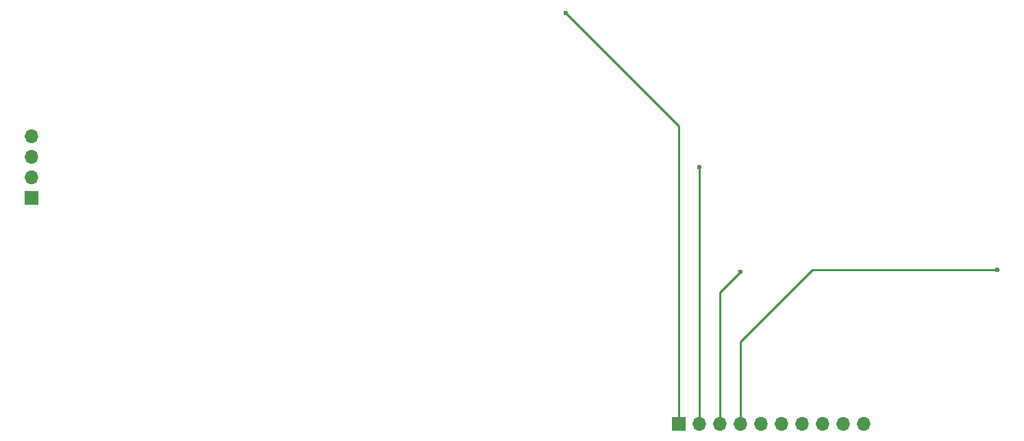
<source format=gbr>
G04 #@! TF.FileFunction,Copper,L2,Bot,Signal*
%FSLAX46Y46*%
G04 Gerber Fmt 4.6, Leading zero omitted, Abs format (unit mm)*
G04 Created by KiCad (PCBNEW 4.0.7) date Fri Jun 29 23:22:16 2018*
%MOMM*%
%LPD*%
G01*
G04 APERTURE LIST*
%ADD10C,0.100000*%
%ADD11R,1.700000X1.700000*%
%ADD12O,1.700000X1.700000*%
%ADD13C,0.600000*%
%ADD14C,0.250000*%
G04 APERTURE END LIST*
D10*
D11*
X102870000Y-101600000D03*
D12*
X102870000Y-99060000D03*
X102870000Y-96520000D03*
X102870000Y-93980000D03*
D11*
X182880000Y-129540000D03*
D12*
X185420000Y-129540000D03*
X187960000Y-129540000D03*
X190500000Y-129540000D03*
X193040000Y-129540000D03*
X195580000Y-129540000D03*
X198120000Y-129540000D03*
X200660000Y-129540000D03*
X203200000Y-129540000D03*
X205740000Y-129540000D03*
D13*
X222250000Y-110490000D03*
X190500000Y-110744000D03*
X185420000Y-97790000D03*
X168910000Y-78740000D03*
D14*
X190500000Y-129540000D02*
X190500000Y-119380000D01*
X199390000Y-110490000D02*
X222250000Y-110490000D01*
X190500000Y-119380000D02*
X199390000Y-110490000D01*
X187960000Y-113284000D02*
X187960000Y-129540000D01*
X190500000Y-110744000D02*
X187960000Y-113284000D01*
X185420000Y-97790000D02*
X185420000Y-129540000D01*
X182880000Y-92710000D02*
X182880000Y-129540000D01*
X168910000Y-78740000D02*
X182880000Y-92710000D01*
M02*

</source>
